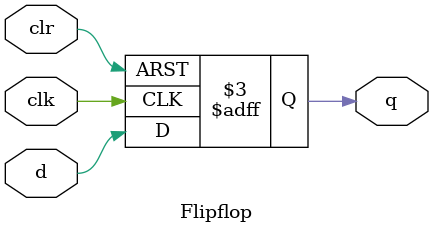
<source format=sv>
`default_nettype none
module Flipflop(//input
					 clk, clr, q, 
					 //output
					 d);
	input clk;
	input clr;
	input d;
	output reg q;

	
	always @(posedge clk or posedge clr) begin
		if (clr == 1) begin
			q <= 0;
		end
		else begin 
			q <= d;
		end
	end
	
endmodule
</source>
